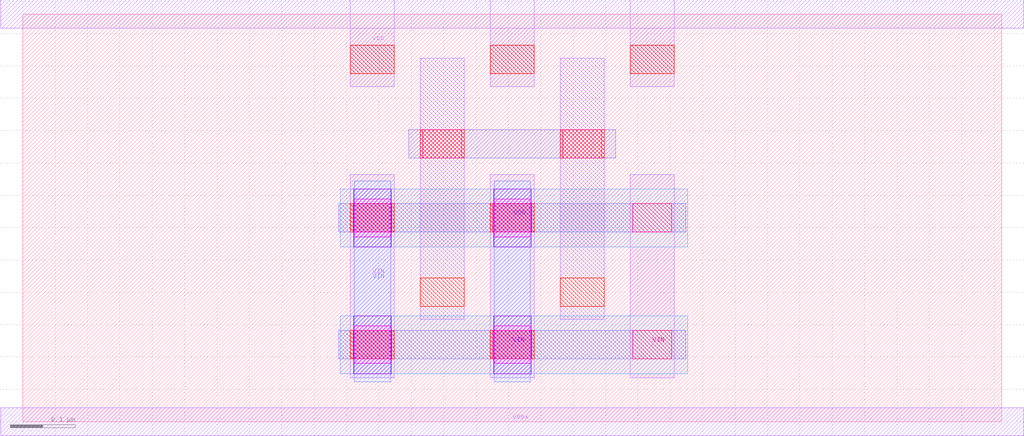
<source format=lef>
VERSION 5.7 ;
BUSBITCHARS "[]" ;
DIVIDERCHAR "/" ;

PROPERTYDEFINITIONS
  MACRO CatenaDesignType STRING ;
END PROPERTYDEFINITIONS

MACRO headerA
  CLASS CORE ;
  ORIGIN 0 0 ;
  FOREIGN headerA 0 0 ;
  SIZE 1.512 BY 0.63 ;
  SYMMETRY X Y ;
  SITE CoreSite ;
  PIN vssx
    DIRECTION INOUT ;
    USE GROUND ;
    SHAPE ABUTMENT ;
    PORT
      LAYER m1 ;
        RECT -0.034 -0.022 1.546 0.022 ;
    END
  END vssx
  PIN vcc
    DIRECTION INOUT ;
    USE POWER ;
    SHAPE ABUTMENT ;
    PORT
      LAYER m1 ;
        RECT -0.034 0.608 1.546 0.652 ;
        RECT 0.938 0.518 1.006 0.652 ;
        RECT 0.722 0.518 0.79 0.652 ;
        RECT 0.506 0.518 0.574 0.652 ;
    END
  END vcc
  PIN VIN
    DIRECTION OUTPUT ;
    USE SIGNAL ;
    PORT
      LAYER m1 ;
        RECT 0.938 0.068 1.006 0.382 ;
        RECT 0.722 0.068 0.79 0.382 ;
        RECT 0.506 0.068 0.574 0.382 ;
      LAYER m2 ;
        RECT 0.488 0.097 1.024 0.141 ;
        RECT 0.488 0.293 1.024 0.337 ;
      LAYER m3 ;
        RECT 0.728 0.062 0.784 0.372 ;
        RECT 0.512 0.062 0.568 0.372 ;
      LAYER m4 ;
        RECT 0.49 0.074 1.027 0.164 ;
        RECT 0.49 0.27 1.027 0.36 ;
      LAYER v3 ;
        RECT 0.511 0.27 0.569 0.36 ;
        RECT 0.511 0.074 0.569 0.164 ;
        RECT 0.727 0.27 0.785 0.36 ;
        RECT 0.727 0.074 0.785 0.164 ;
      LAYER v2 ;
        RECT 0.512 0.286 0.568 0.344 ;
        RECT 0.512 0.09 0.568 0.148 ;
        RECT 0.728 0.286 0.784 0.344 ;
        RECT 0.728 0.09 0.784 0.148 ;
      LAYER v1 ;
        RECT 0.51 0.293 0.57 0.337 ;
        RECT 0.51 0.097 0.57 0.141 ;
        RECT 0.726 0.293 0.786 0.337 ;
        RECT 0.726 0.097 0.786 0.141 ;
        RECT 0.942 0.293 1.002 0.337 ;
        RECT 0.942 0.097 1.002 0.141 ;
    END
  END VIN
  OBS
    LAYER v0 ;
      RECT 0.506 0.538 0.574 0.582 ;
      RECT 0.938 0.538 1.006 0.582 ;
      RECT 0.722 0.538 0.79 0.582 ;
      RECT 0.614 0.408 0.682 0.452 ;
      RECT 0.722 0.293 0.79 0.337 ;
      RECT 0.506 0.293 0.574 0.337 ;
      RECT 0.722 0.097 0.79 0.141 ;
      RECT 0.506 0.097 0.574 0.141 ;
      RECT 0.83 0.408 0.898 0.452 ;
      RECT 0.614 0.178 0.682 0.222 ;
      RECT 0.83 0.178 0.898 0.222 ;
      RECT 0.722 0.293 0.79 0.337 ;
      RECT 0.722 0.293 0.79 0.337 ;
      RECT 0.722 0.293 0.79 0.337 ;
      RECT 0.506 0.293 0.574 0.337 ;
      RECT 0.506 0.293 0.574 0.337 ;
    LAYER m1 ;
      RECT 0.83 0.158 0.898 0.562 ;
      RECT 0.614 0.158 0.682 0.562 ;
    LAYER v1 ;
      RECT 0.834 0.408 0.894 0.452 ;
      RECT 0.618 0.408 0.678 0.452 ;
    LAYER m2 ;
      RECT 0.596 0.408 0.916 0.452 ;
  END
  PROPERTY CatenaDesignType "deviceLevel" ;
END headerA

END LIBRARY

</source>
